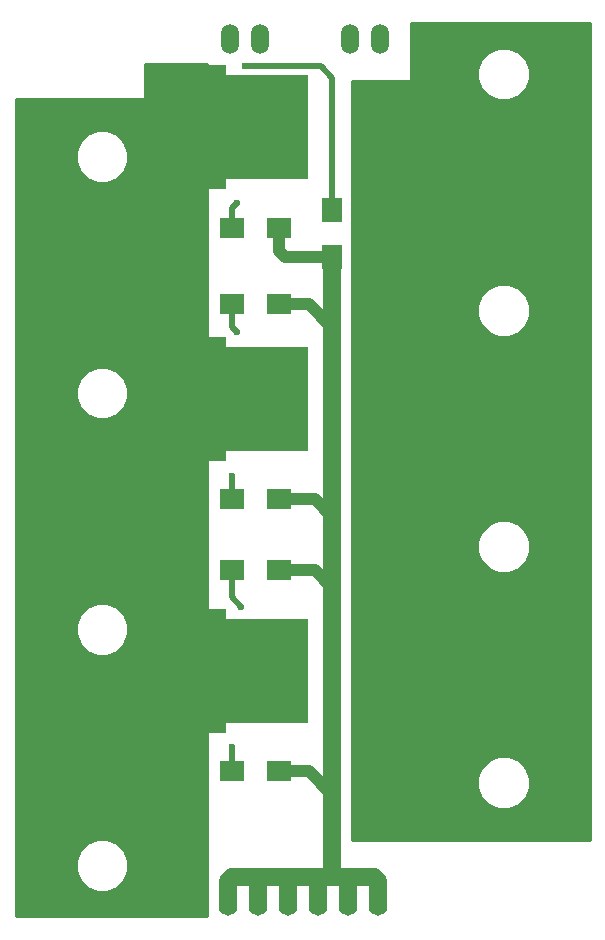
<source format=gbr>
G04 #@! TF.FileFunction,Copper,L2,Bot,Signal*
%FSLAX46Y46*%
G04 Gerber Fmt 4.6, Leading zero omitted, Abs format (unit mm)*
G04 Created by KiCad (PCBNEW 4.0.4-stable) date 08/18/21 08:28:06*
%MOMM*%
%LPD*%
G01*
G04 APERTURE LIST*
%ADD10C,0.100000*%
%ADD11O,1.520000X2.520000*%
%ADD12O,1.600000X2.500000*%
%ADD13R,2.000000X1.700000*%
%ADD14R,1.700000X2.000000*%
%ADD15R,2.160000X10.500000*%
%ADD16R,7.010000X8.890000*%
%ADD17R,2.000000X3.000000*%
%ADD18C,0.600000*%
%ADD19C,0.250000*%
%ADD20C,0.350000*%
%ADD21C,0.500000*%
%ADD22C,1.500000*%
%ADD23C,1.000000*%
%ADD24C,0.750000*%
%ADD25C,0.254000*%
G04 APERTURE END LIST*
D10*
D11*
X153800000Y-55000000D03*
X156340000Y-55000000D03*
X164000000Y-55000000D03*
X166540000Y-55000000D03*
D12*
X153640000Y-128000000D03*
X156180000Y-128000000D03*
X158720000Y-128000000D03*
X161260000Y-128000000D03*
X163800000Y-128000000D03*
X166340000Y-128000000D03*
D13*
X154000000Y-117000000D03*
X158000000Y-117000000D03*
X154000000Y-100000000D03*
X158000000Y-100000000D03*
X154000000Y-94000000D03*
X158000000Y-94000000D03*
X154000000Y-77500000D03*
X158000000Y-77500000D03*
X154000000Y-71000000D03*
X158000000Y-71000000D03*
D14*
X162500000Y-69500000D03*
X162500000Y-73500000D03*
D15*
X152420000Y-108500000D03*
D16*
X156995000Y-108500000D03*
D17*
X165450000Y-108500000D03*
D15*
X152420000Y-85500000D03*
D16*
X156995000Y-85500000D03*
D17*
X165450000Y-85500000D03*
D15*
X152420000Y-62500000D03*
D16*
X156995000Y-62500000D03*
D17*
X165450000Y-62500000D03*
D18*
X146000000Y-81000000D03*
X146000000Y-80000000D03*
X146000000Y-79000000D03*
X146000000Y-78000000D03*
X146000000Y-77000000D03*
X146000000Y-76000000D03*
X146000000Y-75000000D03*
X146000000Y-74000000D03*
X146000000Y-73000000D03*
X146000000Y-72000000D03*
X146000000Y-71000000D03*
X146000000Y-70000000D03*
X146000000Y-69000000D03*
X145000000Y-69000000D03*
X145000000Y-70000000D03*
X145000000Y-71000000D03*
X145000000Y-72000000D03*
X145000000Y-73000000D03*
X145000000Y-74000000D03*
X145000000Y-75000000D03*
X145000000Y-76000000D03*
X145000000Y-77000000D03*
X145000000Y-78000000D03*
X145000000Y-79000000D03*
X145000000Y-80000000D03*
X145000000Y-81000000D03*
X144000000Y-69000000D03*
X144000000Y-70000000D03*
X144000000Y-71000000D03*
X144000000Y-72000000D03*
X144000000Y-73000000D03*
X144000000Y-74000000D03*
X144000000Y-75000000D03*
X144000000Y-76000000D03*
X144000000Y-77000000D03*
X144000000Y-78000000D03*
X144000000Y-79000000D03*
X144000000Y-80000000D03*
X144000000Y-81000000D03*
X148000000Y-74000000D03*
X148000000Y-75000000D03*
X148000000Y-76000000D03*
X148000000Y-77000000D03*
X148000000Y-78000000D03*
X148000000Y-79000000D03*
X148000000Y-80000000D03*
X148000000Y-81000000D03*
X147000000Y-81000000D03*
X147000000Y-80000000D03*
X147000000Y-79000000D03*
X147000000Y-78000000D03*
X147000000Y-77000000D03*
X147000000Y-76000000D03*
X147000000Y-75000000D03*
X147000000Y-74000000D03*
X147000000Y-73000000D03*
X147000000Y-72000000D03*
X147000000Y-71000000D03*
X147000000Y-70000000D03*
X147000000Y-69000000D03*
X148000000Y-69000000D03*
X148000000Y-70000000D03*
X148000000Y-71000000D03*
X148000000Y-72000000D03*
X148000000Y-73000000D03*
X148000000Y-119000000D03*
X148000000Y-120000000D03*
X148000000Y-121000000D03*
X146000000Y-109000000D03*
X146000000Y-110000000D03*
X146000000Y-111000000D03*
X146000000Y-112000000D03*
X144000000Y-109000000D03*
X144000000Y-110000000D03*
X144000000Y-111000000D03*
X144000000Y-112000000D03*
X144000000Y-113000000D03*
X144000000Y-114000000D03*
X144000000Y-115000000D03*
X144000000Y-116000000D03*
X144000000Y-117000000D03*
X144000000Y-118000000D03*
X144000000Y-119000000D03*
X144000000Y-120000000D03*
X144000000Y-121000000D03*
X145000000Y-121000000D03*
X145000000Y-120000000D03*
X145000000Y-119000000D03*
X145000000Y-118000000D03*
X145000000Y-117000000D03*
X145000000Y-116000000D03*
X145000000Y-115000000D03*
X145000000Y-114000000D03*
X145000000Y-113000000D03*
X145000000Y-112000000D03*
X145000000Y-111000000D03*
X145000000Y-110000000D03*
X145000000Y-109000000D03*
X147000000Y-112000000D03*
X147000000Y-111000000D03*
X147000000Y-110000000D03*
X147000000Y-109000000D03*
X148000000Y-109000000D03*
X148000000Y-110000000D03*
X148000000Y-111000000D03*
X148000000Y-112000000D03*
X148000000Y-113000000D03*
X148000000Y-114000000D03*
X148000000Y-115000000D03*
X148000000Y-116000000D03*
X148000000Y-117000000D03*
X148000000Y-118000000D03*
X147000000Y-114000000D03*
X147000000Y-115000000D03*
X147000000Y-116000000D03*
X147000000Y-117000000D03*
X147000000Y-118000000D03*
X147000000Y-119000000D03*
X147000000Y-120000000D03*
X147000000Y-121000000D03*
X146000000Y-121000000D03*
X146000000Y-120000000D03*
X146000000Y-119000000D03*
X146000000Y-118000000D03*
X146000000Y-117000000D03*
X146000000Y-116000000D03*
X146000000Y-115000000D03*
X146000000Y-114000000D03*
X146000000Y-113000000D03*
X147000000Y-113000000D03*
X148000000Y-96000000D03*
X148000000Y-97000000D03*
X148000000Y-98000000D03*
X148000000Y-99000000D03*
X148000000Y-100000000D03*
X148000000Y-101000000D03*
X144000000Y-89000000D03*
X144000000Y-90000000D03*
X144000000Y-91000000D03*
X144000000Y-92000000D03*
X144000000Y-93000000D03*
X144000000Y-94000000D03*
X144000000Y-95000000D03*
X144000000Y-96000000D03*
X144000000Y-97000000D03*
X144000000Y-98000000D03*
X144000000Y-99000000D03*
X144000000Y-100000000D03*
X144000000Y-101000000D03*
X145000000Y-101000000D03*
X145000000Y-100000000D03*
X145000000Y-99000000D03*
X145000000Y-98000000D03*
X145000000Y-97000000D03*
X145000000Y-96000000D03*
X145000000Y-95000000D03*
X145000000Y-94000000D03*
X145000000Y-93000000D03*
X145000000Y-92000000D03*
X145000000Y-91000000D03*
X145000000Y-90000000D03*
X145000000Y-89000000D03*
X146000000Y-89000000D03*
X146000000Y-90000000D03*
X146000000Y-91000000D03*
X146000000Y-92000000D03*
X146000000Y-93000000D03*
X146000000Y-94000000D03*
X146000000Y-95000000D03*
X146000000Y-96000000D03*
X146000000Y-97000000D03*
X146000000Y-98000000D03*
X146000000Y-99000000D03*
X146000000Y-100000000D03*
X146000000Y-101000000D03*
X147000000Y-101000000D03*
X147000000Y-100000000D03*
X147000000Y-99000000D03*
X147000000Y-98000000D03*
X147000000Y-97000000D03*
X147000000Y-96000000D03*
X147000000Y-95000000D03*
X147000000Y-94000000D03*
X147000000Y-93000000D03*
X147000000Y-92000000D03*
X147000000Y-91000000D03*
X147000000Y-90000000D03*
X147000000Y-89000000D03*
X148000000Y-89000000D03*
X148000000Y-90000000D03*
X148000000Y-91000000D03*
X148000000Y-92000000D03*
X148000000Y-93000000D03*
X148000000Y-94000000D03*
X148000000Y-95000000D03*
X176000000Y-65000000D03*
X175000000Y-65000000D03*
X173000000Y-65000000D03*
X174000000Y-74000000D03*
X174000000Y-73000000D03*
X174000000Y-72000000D03*
X174000000Y-71000000D03*
X174000000Y-70000000D03*
X174000000Y-69000000D03*
X174000000Y-68000000D03*
X174000000Y-67000000D03*
X175000000Y-67000000D03*
X175000000Y-68000000D03*
X175000000Y-69000000D03*
X175000000Y-70000000D03*
X175000000Y-71000000D03*
X175000000Y-72000000D03*
X175000000Y-73000000D03*
X175000000Y-74000000D03*
X176000000Y-74000000D03*
X176000000Y-73000000D03*
X176000000Y-72000000D03*
X176000000Y-71000000D03*
X176000000Y-70000000D03*
X176000000Y-69000000D03*
X176000000Y-68000000D03*
X176000000Y-67000000D03*
X176000000Y-66000000D03*
X175000000Y-66000000D03*
X174000000Y-66000000D03*
X173000000Y-66000000D03*
X172000000Y-66000000D03*
X172000000Y-65000000D03*
X174000000Y-65000000D03*
X172000000Y-72000000D03*
X173000000Y-72000000D03*
X173000000Y-71000000D03*
X173000000Y-70000000D03*
X173000000Y-69000000D03*
X173000000Y-68000000D03*
X173000000Y-67000000D03*
X172000000Y-67000000D03*
X172000000Y-68000000D03*
X172000000Y-69000000D03*
X172000000Y-70000000D03*
X172000000Y-71000000D03*
X173000000Y-73000000D03*
X172000000Y-74000000D03*
X172000000Y-73000000D03*
X173000000Y-74000000D03*
X176000000Y-64000000D03*
X175000000Y-64000000D03*
X174000000Y-64000000D03*
X173000000Y-64000000D03*
X172000000Y-64000000D03*
X172000000Y-63000000D03*
X173000000Y-63000000D03*
X174000000Y-63000000D03*
X175000000Y-63000000D03*
X176000000Y-63000000D03*
X176000000Y-62000000D03*
X175000000Y-62000000D03*
X174000000Y-62000000D03*
X173000000Y-62000000D03*
X172000000Y-62000000D03*
X172000000Y-82000000D03*
X172000000Y-83000000D03*
X172000000Y-84000000D03*
X172000000Y-85000000D03*
X176000000Y-82000000D03*
X176000000Y-83000000D03*
X176000000Y-84000000D03*
X176000000Y-85000000D03*
X176000000Y-86000000D03*
X176000000Y-87000000D03*
X176000000Y-88000000D03*
X176000000Y-89000000D03*
X176000000Y-90000000D03*
X176000000Y-91000000D03*
X174000000Y-82000000D03*
X174000000Y-83000000D03*
X174000000Y-84000000D03*
X174000000Y-85000000D03*
X174000000Y-86000000D03*
X174000000Y-87000000D03*
X174000000Y-88000000D03*
X174000000Y-89000000D03*
X174000000Y-90000000D03*
X174000000Y-91000000D03*
X174000000Y-92000000D03*
X174000000Y-93000000D03*
X174000000Y-94000000D03*
X173000000Y-82000000D03*
X173000000Y-83000000D03*
X173000000Y-84000000D03*
X173000000Y-85000000D03*
X173000000Y-86000000D03*
X173000000Y-87000000D03*
X173000000Y-88000000D03*
X173000000Y-89000000D03*
X173000000Y-90000000D03*
X173000000Y-91000000D03*
X173000000Y-92000000D03*
X173000000Y-93000000D03*
X173000000Y-94000000D03*
X172000000Y-94000000D03*
X172000000Y-93000000D03*
X172000000Y-92000000D03*
X172000000Y-91000000D03*
X172000000Y-90000000D03*
X172000000Y-89000000D03*
X172000000Y-88000000D03*
X172000000Y-87000000D03*
X172000000Y-86000000D03*
X175000000Y-82000000D03*
X175000000Y-83000000D03*
X175000000Y-84000000D03*
X175000000Y-85000000D03*
X175000000Y-86000000D03*
X175000000Y-87000000D03*
X175000000Y-88000000D03*
X175000000Y-89000000D03*
X175000000Y-90000000D03*
X175000000Y-91000000D03*
X175000000Y-92000000D03*
X175000000Y-93000000D03*
X175000000Y-94000000D03*
X176000000Y-94000000D03*
X176000000Y-93000000D03*
X176000000Y-92000000D03*
X172000000Y-102000000D03*
X172000000Y-103000000D03*
X172000000Y-104000000D03*
X172000000Y-105000000D03*
X172000000Y-106000000D03*
X172000000Y-107000000D03*
X172000000Y-108000000D03*
X176000000Y-102000000D03*
X176000000Y-103000000D03*
X176000000Y-104000000D03*
X176000000Y-105000000D03*
X176000000Y-106000000D03*
X176000000Y-107000000D03*
X176000000Y-108000000D03*
X176000000Y-109000000D03*
X176000000Y-110000000D03*
X176000000Y-111000000D03*
X176000000Y-112000000D03*
X176000000Y-113000000D03*
X176000000Y-114000000D03*
X175000000Y-114000000D03*
X175000000Y-113000000D03*
X175000000Y-112000000D03*
X175000000Y-111000000D03*
X175000000Y-110000000D03*
X175000000Y-109000000D03*
X175000000Y-108000000D03*
X175000000Y-107000000D03*
X175000000Y-106000000D03*
X175000000Y-105000000D03*
X175000000Y-104000000D03*
X175000000Y-103000000D03*
X175000000Y-102000000D03*
X174000000Y-113000000D03*
X174000000Y-114000000D03*
X174000000Y-112000000D03*
X174000000Y-111000000D03*
X174000000Y-110000000D03*
X174000000Y-109000000D03*
X174000000Y-108000000D03*
X174000000Y-107000000D03*
X174000000Y-106000000D03*
X174000000Y-105000000D03*
X174000000Y-104000000D03*
X174000000Y-103000000D03*
X174000000Y-102000000D03*
X173000000Y-102000000D03*
X173000000Y-103000000D03*
X173000000Y-104000000D03*
X173000000Y-105000000D03*
X173000000Y-106000000D03*
X173000000Y-107000000D03*
X173000000Y-108000000D03*
X173000000Y-109000000D03*
X173000000Y-110000000D03*
X173000000Y-111000000D03*
X173000000Y-112000000D03*
X173000000Y-113000000D03*
X173000000Y-114000000D03*
X172000000Y-114000000D03*
X172000000Y-113000000D03*
X172000000Y-112000000D03*
X172000000Y-111000000D03*
X172000000Y-110000000D03*
X172000000Y-109000000D03*
X154000000Y-115000000D03*
X154800000Y-103100000D03*
X154000000Y-92000000D03*
X154400000Y-79800000D03*
X154400000Y-68900000D03*
X155100000Y-57300000D03*
D19*
X155600000Y-64000000D02*
X151000000Y-64000000D01*
D20*
X146000000Y-80000000D02*
X146000000Y-79000000D01*
X146000000Y-78000000D02*
X146000000Y-77000000D01*
X146000000Y-76000000D02*
X146000000Y-75000000D01*
X146000000Y-74000000D02*
X146000000Y-73000000D01*
X146000000Y-72000000D02*
X146000000Y-71000000D01*
X146000000Y-70000000D02*
X146000000Y-69000000D01*
X145000000Y-69000000D02*
X145000000Y-70000000D01*
X145000000Y-71000000D02*
X145000000Y-72000000D01*
X145000000Y-73000000D02*
X145000000Y-74000000D01*
X145000000Y-75000000D02*
X145000000Y-76000000D01*
X145000000Y-77000000D02*
X145000000Y-78000000D01*
X145000000Y-79000000D02*
X145000000Y-80000000D01*
X144000000Y-71000000D02*
X144000000Y-70000000D01*
X144000000Y-73000000D02*
X144000000Y-72000000D01*
X144000000Y-75000000D02*
X144000000Y-74000000D01*
X144000000Y-77000000D02*
X144000000Y-76000000D01*
X144000000Y-79000000D02*
X144000000Y-78000000D01*
X144000000Y-81000000D02*
X144000000Y-80000000D01*
X146000000Y-81000000D02*
X147000000Y-81000000D01*
X148000000Y-75000000D02*
X148000000Y-74000000D01*
X148000000Y-77000000D02*
X148000000Y-76000000D01*
X148000000Y-79000000D02*
X148000000Y-78000000D01*
X148000000Y-81000000D02*
X148000000Y-80000000D01*
X147000000Y-80000000D02*
X146000000Y-81000000D01*
X147000000Y-78000000D02*
X147000000Y-79000000D01*
X147000000Y-76000000D02*
X147000000Y-77000000D01*
X147000000Y-74000000D02*
X147000000Y-75000000D01*
X147000000Y-72000000D02*
X147000000Y-73000000D01*
X147000000Y-70000000D02*
X147000000Y-71000000D01*
X148000000Y-69000000D02*
X147000000Y-69000000D01*
X148000000Y-71000000D02*
X148000000Y-70000000D01*
X148000000Y-73000000D02*
X148000000Y-72000000D01*
X148000000Y-121000000D02*
X148000000Y-120000000D01*
X146000000Y-110000000D02*
X146000000Y-109000000D01*
X146000000Y-112000000D02*
X146000000Y-111000000D01*
X144000000Y-110000000D02*
X144000000Y-109000000D01*
X144000000Y-112000000D02*
X144000000Y-111000000D01*
X144000000Y-114000000D02*
X144000000Y-113000000D01*
X144000000Y-116000000D02*
X144000000Y-115000000D01*
X144000000Y-118000000D02*
X144000000Y-117000000D01*
X144000000Y-120000000D02*
X144000000Y-119000000D01*
X145000000Y-121000000D02*
X144000000Y-121000000D01*
X145000000Y-119000000D02*
X145000000Y-120000000D01*
X145000000Y-117000000D02*
X145000000Y-118000000D01*
X145000000Y-115000000D02*
X145000000Y-116000000D01*
X145000000Y-113000000D02*
X145000000Y-114000000D01*
X145000000Y-111000000D02*
X145000000Y-112000000D01*
X145000000Y-109000000D02*
X145000000Y-110000000D01*
X147000000Y-111000000D02*
X147000000Y-112000000D01*
X147000000Y-109000000D02*
X147000000Y-110000000D01*
X148000000Y-110000000D02*
X148000000Y-109000000D01*
X148000000Y-112000000D02*
X148000000Y-111000000D01*
X148000000Y-114000000D02*
X148000000Y-113000000D01*
X148000000Y-116000000D02*
X148000000Y-115000000D01*
X148000000Y-118000000D02*
X148000000Y-117000000D01*
X147000000Y-114000000D02*
X147000000Y-115000000D01*
X147000000Y-116000000D02*
X147000000Y-117000000D01*
X147000000Y-118000000D02*
X147000000Y-119000000D01*
X147000000Y-120000000D02*
X147000000Y-121000000D01*
X146000000Y-121000000D02*
X146000000Y-120000000D01*
X146000000Y-119000000D02*
X146000000Y-118000000D01*
X146000000Y-117000000D02*
X146000000Y-116000000D01*
X146000000Y-115000000D02*
X146000000Y-114000000D01*
X146000000Y-113000000D02*
X147000000Y-113000000D01*
X147000000Y-101000000D02*
X148000000Y-101000000D01*
X148000000Y-98000000D02*
X148000000Y-97000000D01*
X148000000Y-100000000D02*
X148000000Y-99000000D01*
X144000000Y-91000000D02*
X144000000Y-90000000D01*
X144000000Y-93000000D02*
X144000000Y-92000000D01*
X144000000Y-95000000D02*
X144000000Y-94000000D01*
X144000000Y-97000000D02*
X144000000Y-96000000D01*
X144000000Y-99000000D02*
X144000000Y-98000000D01*
X144000000Y-101000000D02*
X144000000Y-100000000D01*
X145000000Y-100000000D02*
X145000000Y-101000000D01*
X145000000Y-98000000D02*
X145000000Y-99000000D01*
X145000000Y-96000000D02*
X145000000Y-97000000D01*
X145000000Y-94000000D02*
X145000000Y-95000000D01*
X145000000Y-92000000D02*
X145000000Y-93000000D01*
X145000000Y-90000000D02*
X145000000Y-91000000D01*
X146000000Y-89000000D02*
X145000000Y-89000000D01*
X146000000Y-91000000D02*
X146000000Y-90000000D01*
X146000000Y-93000000D02*
X146000000Y-92000000D01*
X146000000Y-95000000D02*
X146000000Y-94000000D01*
X146000000Y-97000000D02*
X146000000Y-96000000D01*
X146000000Y-99000000D02*
X146000000Y-98000000D01*
X146000000Y-101000000D02*
X146000000Y-100000000D01*
X147000000Y-100000000D02*
X147000000Y-101000000D01*
X147000000Y-98000000D02*
X147000000Y-99000000D01*
X147000000Y-96000000D02*
X147000000Y-97000000D01*
X147000000Y-94000000D02*
X147000000Y-95000000D01*
X147000000Y-92000000D02*
X147000000Y-93000000D01*
X147000000Y-90000000D02*
X147000000Y-91000000D01*
X148000000Y-89000000D02*
X147000000Y-89000000D01*
X148000000Y-91000000D02*
X148000000Y-90000000D01*
X148000000Y-93000000D02*
X148000000Y-92000000D01*
X148000000Y-95000000D02*
X148000000Y-94000000D01*
D21*
X176000000Y-65000000D02*
X173000000Y-62000000D01*
X173000000Y-62000000D02*
X172000000Y-62000000D01*
X175000000Y-65000000D02*
X174000000Y-65000000D01*
X174000000Y-74000000D02*
X173000000Y-74000000D01*
X174000000Y-72000000D02*
X174000000Y-73000000D01*
X174000000Y-70000000D02*
X174000000Y-71000000D01*
X174000000Y-68000000D02*
X174000000Y-69000000D01*
X175000000Y-67000000D02*
X174000000Y-67000000D01*
X175000000Y-69000000D02*
X175000000Y-68000000D01*
X175000000Y-71000000D02*
X175000000Y-70000000D01*
X175000000Y-73000000D02*
X175000000Y-72000000D01*
X176000000Y-74000000D02*
X175000000Y-74000000D01*
X176000000Y-72000000D02*
X176000000Y-73000000D01*
X176000000Y-70000000D02*
X176000000Y-71000000D01*
X176000000Y-68000000D02*
X176000000Y-69000000D01*
X176000000Y-66000000D02*
X176000000Y-67000000D01*
X174000000Y-66000000D02*
X175000000Y-66000000D01*
X172000000Y-66000000D02*
X173000000Y-66000000D01*
X173000000Y-65000000D02*
X172000000Y-65000000D01*
X172000000Y-71000000D02*
X172000000Y-72000000D01*
X172000000Y-71000000D02*
X172000000Y-73000000D01*
X173000000Y-72000000D02*
X173000000Y-71000000D01*
X173000000Y-70000000D02*
X173000000Y-69000000D01*
X173000000Y-68000000D02*
X173000000Y-67000000D01*
X172000000Y-67000000D02*
X172000000Y-68000000D01*
X172000000Y-69000000D02*
X172000000Y-70000000D01*
X173000000Y-74000000D02*
X173000000Y-73000000D01*
X165450000Y-62500000D02*
X168500000Y-62500000D01*
X175000000Y-64000000D02*
X176000000Y-64000000D01*
X173000000Y-64000000D02*
X174000000Y-64000000D01*
X172000000Y-63000000D02*
X172000000Y-64000000D01*
X174000000Y-63000000D02*
X173000000Y-63000000D01*
X176000000Y-63000000D02*
X175000000Y-63000000D01*
X175000000Y-62000000D02*
X176000000Y-62000000D01*
X173000000Y-62000000D02*
X174000000Y-62000000D01*
X169000000Y-62000000D02*
X172000000Y-62000000D01*
X168500000Y-62500000D02*
X169000000Y-62000000D01*
D20*
X172000000Y-86000000D02*
X172000000Y-85000000D01*
X172000000Y-84000000D02*
X172000000Y-83000000D01*
X176000000Y-82000000D02*
X176000000Y-83000000D01*
X176000000Y-84000000D02*
X176000000Y-85000000D01*
X176000000Y-86000000D02*
X176000000Y-87000000D01*
X176000000Y-88000000D02*
X176000000Y-89000000D01*
X176000000Y-90000000D02*
X176000000Y-91000000D01*
X174000000Y-94000000D02*
X175000000Y-94000000D01*
X174000000Y-82000000D02*
X174000000Y-83000000D01*
X174000000Y-84000000D02*
X174000000Y-85000000D01*
X174000000Y-86000000D02*
X174000000Y-87000000D01*
X174000000Y-88000000D02*
X174000000Y-89000000D01*
X174000000Y-90000000D02*
X174000000Y-91000000D01*
X174000000Y-92000000D02*
X174000000Y-93000000D01*
X173000000Y-83000000D02*
X173000000Y-82000000D01*
X173000000Y-85000000D02*
X173000000Y-84000000D01*
X173000000Y-87000000D02*
X173000000Y-86000000D01*
X173000000Y-89000000D02*
X173000000Y-88000000D01*
X173000000Y-91000000D02*
X173000000Y-90000000D01*
X173000000Y-93000000D02*
X173000000Y-92000000D01*
X172000000Y-94000000D02*
X173000000Y-94000000D01*
X172000000Y-92000000D02*
X172000000Y-93000000D01*
X172000000Y-90000000D02*
X172000000Y-91000000D01*
X172000000Y-88000000D02*
X172000000Y-89000000D01*
X172000000Y-86000000D02*
X172000000Y-87000000D01*
X175000000Y-83000000D02*
X175000000Y-82000000D01*
X175000000Y-85000000D02*
X175000000Y-84000000D01*
X175000000Y-87000000D02*
X175000000Y-86000000D01*
X175000000Y-89000000D02*
X175000000Y-88000000D01*
X175000000Y-91000000D02*
X175000000Y-90000000D01*
X175000000Y-93000000D02*
X175000000Y-92000000D01*
X176000000Y-92000000D02*
X176000000Y-93000000D01*
X172000000Y-104000000D02*
X172000000Y-103000000D01*
X172000000Y-106000000D02*
X172000000Y-105000000D01*
X172000000Y-108000000D02*
X172000000Y-107000000D01*
X176000000Y-103000000D02*
X176000000Y-102000000D01*
X176000000Y-105000000D02*
X176000000Y-104000000D01*
X176000000Y-107000000D02*
X176000000Y-106000000D01*
X176000000Y-109000000D02*
X176000000Y-108000000D01*
X176000000Y-111000000D02*
X176000000Y-110000000D01*
X176000000Y-113000000D02*
X176000000Y-112000000D01*
X175000000Y-114000000D02*
X176000000Y-114000000D01*
X175000000Y-112000000D02*
X175000000Y-113000000D01*
X175000000Y-110000000D02*
X175000000Y-111000000D01*
X175000000Y-108000000D02*
X175000000Y-109000000D01*
X175000000Y-106000000D02*
X175000000Y-107000000D01*
X175000000Y-104000000D02*
X175000000Y-105000000D01*
X175000000Y-102000000D02*
X175000000Y-103000000D01*
X174000000Y-114000000D02*
X174000000Y-113000000D01*
X174000000Y-111000000D02*
X174000000Y-112000000D01*
X174000000Y-109000000D02*
X174000000Y-110000000D01*
X174000000Y-107000000D02*
X174000000Y-108000000D01*
X174000000Y-105000000D02*
X174000000Y-106000000D01*
X174000000Y-103000000D02*
X174000000Y-104000000D01*
X173000000Y-102000000D02*
X174000000Y-102000000D01*
X173000000Y-104000000D02*
X173000000Y-103000000D01*
X173000000Y-106000000D02*
X173000000Y-105000000D01*
X173000000Y-108000000D02*
X173000000Y-107000000D01*
X173000000Y-110000000D02*
X173000000Y-109000000D01*
X173000000Y-112000000D02*
X173000000Y-111000000D01*
X173000000Y-114000000D02*
X173000000Y-113000000D01*
X172000000Y-113000000D02*
X172000000Y-114000000D01*
X172000000Y-111000000D02*
X172000000Y-112000000D01*
X172000000Y-109000000D02*
X172000000Y-110000000D01*
D22*
X153640000Y-126360000D02*
X153640000Y-128000000D01*
X156180000Y-126000000D02*
X156180000Y-128000000D01*
X158720000Y-126000000D02*
X158720000Y-128000000D01*
X163800000Y-126000000D02*
X163800000Y-128000000D01*
D23*
X158000000Y-71000000D02*
X158000000Y-73000000D01*
X158500000Y-73500000D02*
X162500000Y-73500000D01*
X158000000Y-73000000D02*
X158500000Y-73500000D01*
X158000000Y-77500000D02*
X160500000Y-77500000D01*
X160500000Y-77500000D02*
X162500000Y-79500000D01*
X158000000Y-117000000D02*
X160500000Y-117000000D01*
X160500000Y-117000000D02*
X162500000Y-119000000D01*
X158000000Y-94000000D02*
X161000000Y-94000000D01*
X161000000Y-94000000D02*
X162500000Y-95500000D01*
X158000000Y-100000000D02*
X161000000Y-100000000D01*
X161000000Y-100000000D02*
X162500000Y-101500000D01*
D22*
X162500000Y-73500000D02*
X162500000Y-79500000D01*
X162500000Y-79500000D02*
X162500000Y-95500000D01*
X162500000Y-95500000D02*
X162500000Y-96500000D01*
X162500000Y-96500000D02*
X162500000Y-101500000D01*
X162500000Y-101500000D02*
X162500000Y-119000000D01*
X162500000Y-119000000D02*
X162500000Y-126000000D01*
X163800000Y-126000000D02*
X164000000Y-126000000D01*
X161260000Y-128000000D02*
X161260000Y-126000000D01*
X161260000Y-126000000D02*
X161500000Y-126000000D01*
X158720000Y-126000000D02*
X158500000Y-126000000D01*
X156180000Y-126000000D02*
X156500000Y-126000000D01*
X166340000Y-126340000D02*
X166340000Y-128000000D01*
D24*
X166000000Y-126000000D02*
X166340000Y-126340000D01*
D22*
X154000000Y-126000000D02*
X156500000Y-126000000D01*
X156500000Y-126000000D02*
X158500000Y-126000000D01*
X161500000Y-126000000D02*
X162500000Y-126000000D01*
X162500000Y-126000000D02*
X164000000Y-126000000D01*
X164000000Y-126000000D02*
X166000000Y-126000000D01*
D24*
X153640000Y-126360000D02*
X154000000Y-126000000D01*
D22*
X158500000Y-126000000D02*
X160000000Y-126000000D01*
X160000000Y-126000000D02*
X161500000Y-126000000D01*
D21*
X154000000Y-116500000D02*
X154000000Y-115000000D01*
X154000000Y-100000000D02*
X154000000Y-102300000D01*
X154000000Y-102300000D02*
X154800000Y-103100000D01*
X154000000Y-93500000D02*
X154000000Y-92000000D01*
X154000000Y-77500000D02*
X154000000Y-79400000D01*
X154000000Y-79400000D02*
X154400000Y-79800000D01*
X154000000Y-71000000D02*
X154000000Y-69300000D01*
X154000000Y-69300000D02*
X154400000Y-68900000D01*
X162500000Y-69500000D02*
X162500000Y-58300000D01*
X161500000Y-57300000D02*
X155100000Y-57300000D01*
X162500000Y-58300000D02*
X161500000Y-57300000D01*
D25*
G36*
X184290000Y-122873000D02*
X164127000Y-122873000D01*
X164127000Y-118442619D01*
X174764613Y-118442619D01*
X175104155Y-119264372D01*
X175732321Y-119893636D01*
X176553481Y-120234611D01*
X177442619Y-120235387D01*
X178264372Y-119895845D01*
X178893636Y-119267679D01*
X179234611Y-118446519D01*
X179235387Y-117557381D01*
X178895845Y-116735628D01*
X178267679Y-116106364D01*
X177446519Y-115765389D01*
X176557381Y-115764613D01*
X175735628Y-116104155D01*
X175106364Y-116732321D01*
X174765389Y-117553481D01*
X174764613Y-118442619D01*
X164127000Y-118442619D01*
X164127000Y-98442619D01*
X174764613Y-98442619D01*
X175104155Y-99264372D01*
X175732321Y-99893636D01*
X176553481Y-100234611D01*
X177442619Y-100235387D01*
X178264372Y-99895845D01*
X178893636Y-99267679D01*
X179234611Y-98446519D01*
X179235387Y-97557381D01*
X178895845Y-96735628D01*
X178267679Y-96106364D01*
X177446519Y-95765389D01*
X176557381Y-95764613D01*
X175735628Y-96104155D01*
X175106364Y-96732321D01*
X174765389Y-97553481D01*
X174764613Y-98442619D01*
X164127000Y-98442619D01*
X164127000Y-78442619D01*
X174764613Y-78442619D01*
X175104155Y-79264372D01*
X175732321Y-79893636D01*
X176553481Y-80234611D01*
X177442619Y-80235387D01*
X178264372Y-79895845D01*
X178893636Y-79267679D01*
X179234611Y-78446519D01*
X179235387Y-77557381D01*
X178895845Y-76735628D01*
X178267679Y-76106364D01*
X177446519Y-75765389D01*
X176557381Y-75764613D01*
X175735628Y-76104155D01*
X175106364Y-76732321D01*
X174765389Y-77553481D01*
X174764613Y-78442619D01*
X164127000Y-78442619D01*
X164127000Y-58627000D01*
X169000000Y-58627000D01*
X169049410Y-58616994D01*
X169091035Y-58588553D01*
X169118315Y-58546159D01*
X169127000Y-58500000D01*
X169127000Y-58442619D01*
X174764613Y-58442619D01*
X175104155Y-59264372D01*
X175732321Y-59893636D01*
X176553481Y-60234611D01*
X177442619Y-60235387D01*
X178264372Y-59895845D01*
X178893636Y-59267679D01*
X179234611Y-58446519D01*
X179235387Y-57557381D01*
X178895845Y-56735628D01*
X178267679Y-56106364D01*
X177446519Y-55765389D01*
X176557381Y-55764613D01*
X175735628Y-56104155D01*
X175106364Y-56732321D01*
X174765389Y-57553481D01*
X174764613Y-58442619D01*
X169127000Y-58442619D01*
X169127000Y-53710000D01*
X184290000Y-53710000D01*
X184290000Y-122873000D01*
X184290000Y-122873000D01*
G37*
X184290000Y-122873000D02*
X164127000Y-122873000D01*
X164127000Y-118442619D01*
X174764613Y-118442619D01*
X175104155Y-119264372D01*
X175732321Y-119893636D01*
X176553481Y-120234611D01*
X177442619Y-120235387D01*
X178264372Y-119895845D01*
X178893636Y-119267679D01*
X179234611Y-118446519D01*
X179235387Y-117557381D01*
X178895845Y-116735628D01*
X178267679Y-116106364D01*
X177446519Y-115765389D01*
X176557381Y-115764613D01*
X175735628Y-116104155D01*
X175106364Y-116732321D01*
X174765389Y-117553481D01*
X174764613Y-118442619D01*
X164127000Y-118442619D01*
X164127000Y-98442619D01*
X174764613Y-98442619D01*
X175104155Y-99264372D01*
X175732321Y-99893636D01*
X176553481Y-100234611D01*
X177442619Y-100235387D01*
X178264372Y-99895845D01*
X178893636Y-99267679D01*
X179234611Y-98446519D01*
X179235387Y-97557381D01*
X178895845Y-96735628D01*
X178267679Y-96106364D01*
X177446519Y-95765389D01*
X176557381Y-95764613D01*
X175735628Y-96104155D01*
X175106364Y-96732321D01*
X174765389Y-97553481D01*
X174764613Y-98442619D01*
X164127000Y-98442619D01*
X164127000Y-78442619D01*
X174764613Y-78442619D01*
X175104155Y-79264372D01*
X175732321Y-79893636D01*
X176553481Y-80234611D01*
X177442619Y-80235387D01*
X178264372Y-79895845D01*
X178893636Y-79267679D01*
X179234611Y-78446519D01*
X179235387Y-77557381D01*
X178895845Y-76735628D01*
X178267679Y-76106364D01*
X177446519Y-75765389D01*
X176557381Y-75764613D01*
X175735628Y-76104155D01*
X175106364Y-76732321D01*
X174765389Y-77553481D01*
X174764613Y-78442619D01*
X164127000Y-78442619D01*
X164127000Y-58627000D01*
X169000000Y-58627000D01*
X169049410Y-58616994D01*
X169091035Y-58588553D01*
X169118315Y-58546159D01*
X169127000Y-58500000D01*
X169127000Y-58442619D01*
X174764613Y-58442619D01*
X175104155Y-59264372D01*
X175732321Y-59893636D01*
X176553481Y-60234611D01*
X177442619Y-60235387D01*
X178264372Y-59895845D01*
X178893636Y-59267679D01*
X179234611Y-58446519D01*
X179235387Y-57557381D01*
X178895845Y-56735628D01*
X178267679Y-56106364D01*
X177446519Y-55765389D01*
X176557381Y-55764613D01*
X175735628Y-56104155D01*
X175106364Y-56732321D01*
X174765389Y-57553481D01*
X174764613Y-58442619D01*
X169127000Y-58442619D01*
X169127000Y-53710000D01*
X184290000Y-53710000D01*
X184290000Y-122873000D01*
G36*
X151873000Y-129290000D02*
X135710000Y-129290000D01*
X135710000Y-125442619D01*
X140764613Y-125442619D01*
X141104155Y-126264372D01*
X141732321Y-126893636D01*
X142553481Y-127234611D01*
X143442619Y-127235387D01*
X144264372Y-126895845D01*
X144893636Y-126267679D01*
X145234611Y-125446519D01*
X145235387Y-124557381D01*
X144895845Y-123735628D01*
X144267679Y-123106364D01*
X143446519Y-122765389D01*
X142557381Y-122764613D01*
X141735628Y-123104155D01*
X141106364Y-123732321D01*
X140765389Y-124553481D01*
X140764613Y-125442619D01*
X135710000Y-125442619D01*
X135710000Y-105442619D01*
X140764613Y-105442619D01*
X141104155Y-106264372D01*
X141732321Y-106893636D01*
X142553481Y-107234611D01*
X143442619Y-107235387D01*
X144264372Y-106895845D01*
X144893636Y-106267679D01*
X145234611Y-105446519D01*
X145235387Y-104557381D01*
X144895845Y-103735628D01*
X144267679Y-103106364D01*
X143446519Y-102765389D01*
X142557381Y-102764613D01*
X141735628Y-103104155D01*
X141106364Y-103732321D01*
X140765389Y-104553481D01*
X140764613Y-105442619D01*
X135710000Y-105442619D01*
X135710000Y-85442619D01*
X140764613Y-85442619D01*
X141104155Y-86264372D01*
X141732321Y-86893636D01*
X142553481Y-87234611D01*
X143442619Y-87235387D01*
X144264372Y-86895845D01*
X144893636Y-86267679D01*
X145234611Y-85446519D01*
X145235387Y-84557381D01*
X144895845Y-83735628D01*
X144267679Y-83106364D01*
X143446519Y-82765389D01*
X142557381Y-82764613D01*
X141735628Y-83104155D01*
X141106364Y-83732321D01*
X140765389Y-84553481D01*
X140764613Y-85442619D01*
X135710000Y-85442619D01*
X135710000Y-65442619D01*
X140764613Y-65442619D01*
X141104155Y-66264372D01*
X141732321Y-66893636D01*
X142553481Y-67234611D01*
X143442619Y-67235387D01*
X144264372Y-66895845D01*
X144893636Y-66267679D01*
X145234611Y-65446519D01*
X145235387Y-64557381D01*
X144895845Y-63735628D01*
X144267679Y-63106364D01*
X143446519Y-62765389D01*
X142557381Y-62764613D01*
X141735628Y-63104155D01*
X141106364Y-63732321D01*
X140765389Y-64553481D01*
X140764613Y-65442619D01*
X135710000Y-65442619D01*
X135710000Y-60127000D01*
X146500000Y-60127000D01*
X146549410Y-60116994D01*
X146591035Y-60088553D01*
X146618315Y-60046159D01*
X146627000Y-60000000D01*
X146627000Y-57127000D01*
X151873000Y-57127000D01*
X151873000Y-129290000D01*
X151873000Y-129290000D01*
G37*
X151873000Y-129290000D02*
X135710000Y-129290000D01*
X135710000Y-125442619D01*
X140764613Y-125442619D01*
X141104155Y-126264372D01*
X141732321Y-126893636D01*
X142553481Y-127234611D01*
X143442619Y-127235387D01*
X144264372Y-126895845D01*
X144893636Y-126267679D01*
X145234611Y-125446519D01*
X145235387Y-124557381D01*
X144895845Y-123735628D01*
X144267679Y-123106364D01*
X143446519Y-122765389D01*
X142557381Y-122764613D01*
X141735628Y-123104155D01*
X141106364Y-123732321D01*
X140765389Y-124553481D01*
X140764613Y-125442619D01*
X135710000Y-125442619D01*
X135710000Y-105442619D01*
X140764613Y-105442619D01*
X141104155Y-106264372D01*
X141732321Y-106893636D01*
X142553481Y-107234611D01*
X143442619Y-107235387D01*
X144264372Y-106895845D01*
X144893636Y-106267679D01*
X145234611Y-105446519D01*
X145235387Y-104557381D01*
X144895845Y-103735628D01*
X144267679Y-103106364D01*
X143446519Y-102765389D01*
X142557381Y-102764613D01*
X141735628Y-103104155D01*
X141106364Y-103732321D01*
X140765389Y-104553481D01*
X140764613Y-105442619D01*
X135710000Y-105442619D01*
X135710000Y-85442619D01*
X140764613Y-85442619D01*
X141104155Y-86264372D01*
X141732321Y-86893636D01*
X142553481Y-87234611D01*
X143442619Y-87235387D01*
X144264372Y-86895845D01*
X144893636Y-86267679D01*
X145234611Y-85446519D01*
X145235387Y-84557381D01*
X144895845Y-83735628D01*
X144267679Y-83106364D01*
X143446519Y-82765389D01*
X142557381Y-82764613D01*
X141735628Y-83104155D01*
X141106364Y-83732321D01*
X140765389Y-84553481D01*
X140764613Y-85442619D01*
X135710000Y-85442619D01*
X135710000Y-65442619D01*
X140764613Y-65442619D01*
X141104155Y-66264372D01*
X141732321Y-66893636D01*
X142553481Y-67234611D01*
X143442619Y-67235387D01*
X144264372Y-66895845D01*
X144893636Y-66267679D01*
X145234611Y-65446519D01*
X145235387Y-64557381D01*
X144895845Y-63735628D01*
X144267679Y-63106364D01*
X143446519Y-62765389D01*
X142557381Y-62764613D01*
X141735628Y-63104155D01*
X141106364Y-63732321D01*
X140765389Y-64553481D01*
X140764613Y-65442619D01*
X135710000Y-65442619D01*
X135710000Y-60127000D01*
X146500000Y-60127000D01*
X146549410Y-60116994D01*
X146591035Y-60088553D01*
X146618315Y-60046159D01*
X146627000Y-60000000D01*
X146627000Y-57127000D01*
X151873000Y-57127000D01*
X151873000Y-129290000D01*
M02*

</source>
